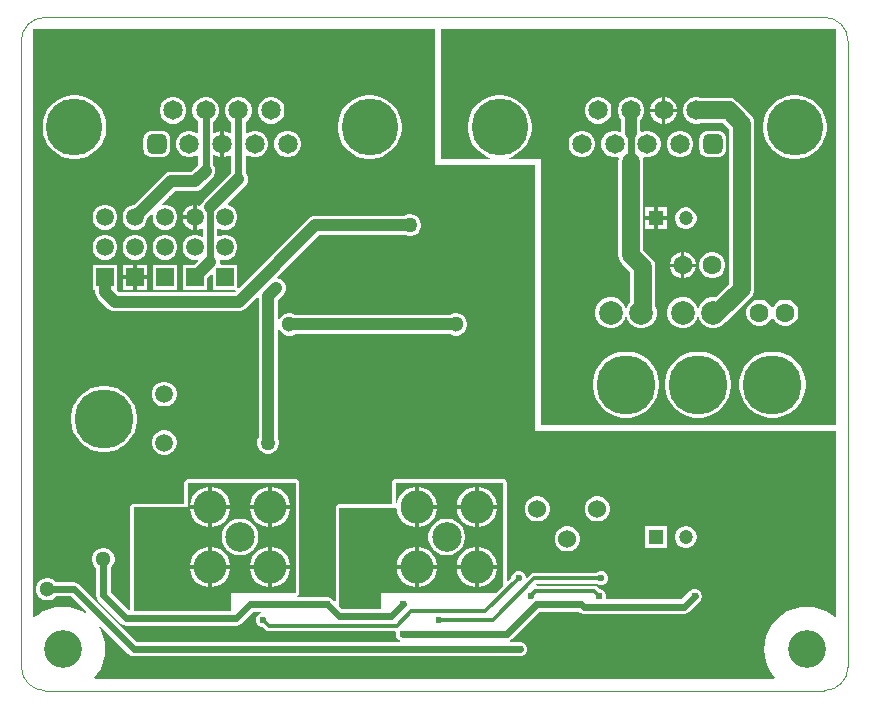
<source format=gbl>
G04*
G04 #@! TF.GenerationSoftware,Altium Limited,Altium Designer,23.9.2 (47)*
G04*
G04 Layer_Physical_Order=4*
G04 Layer_Color=16711680*
%FSLAX44Y44*%
%MOMM*%
G71*
G04*
G04 #@! TF.SameCoordinates,B568AE66-8DF3-4FEE-8232-9B1AC1FE23A7*
G04*
G04*
G04 #@! TF.FilePolarity,Positive*
G04*
G01*
G75*
%ADD10C,0.1000*%
%ADD17C,1.5000*%
%ADD23C,2.0000*%
%ADD61C,0.3000*%
%ADD62C,0.6000*%
%ADD63C,1.0000*%
%ADD66C,1.5000*%
%ADD67C,1.5240*%
%ADD68C,5.0000*%
%ADD69C,1.6000*%
%ADD70C,1.2000*%
%ADD71R,1.2000X1.2000*%
%ADD72C,4.8000*%
%ADD73C,1.6500*%
G04:AMPARAMS|DCode=74|XSize=1.65mm|YSize=1.65mm|CornerRadius=0.4125mm|HoleSize=0mm|Usage=FLASHONLY|Rotation=180.000|XOffset=0mm|YOffset=0mm|HoleType=Round|Shape=RoundedRectangle|*
%AMROUNDEDRECTD74*
21,1,1.6500,0.8250,0,0,180.0*
21,1,0.8250,1.6500,0,0,180.0*
1,1,0.8250,-0.4125,0.4125*
1,1,0.8250,0.4125,0.4125*
1,1,0.8250,0.4125,-0.4125*
1,1,0.8250,-0.4125,-0.4125*
%
%ADD74ROUNDEDRECTD74*%
%ADD75C,2.5000*%
%ADD76C,2.8000*%
%ADD77R,1.5000X1.5000*%
%ADD78C,3.2000*%
%ADD79C,0.6000*%
%ADD80C,0.6010*%
%ADD81C,1.3000*%
%ADD82C,1.2700*%
%ADD83C,1.0000*%
G36*
X690000Y225000D02*
X440000D01*
Y450000D01*
X413386D01*
X413185Y451270D01*
X415364Y451978D01*
X419151Y453908D01*
X422589Y456405D01*
X425594Y459411D01*
X428092Y462849D01*
X430022Y466636D01*
X431335Y470677D01*
X432000Y474875D01*
Y479125D01*
X431335Y483322D01*
X430022Y487364D01*
X428092Y491151D01*
X425594Y494589D01*
X422589Y497594D01*
X419151Y500092D01*
X415364Y502022D01*
X411323Y503335D01*
X407125Y504000D01*
X402875D01*
X398677Y503335D01*
X394636Y502022D01*
X390849Y500092D01*
X387411Y497594D01*
X384406Y494589D01*
X381908Y491151D01*
X379978Y487364D01*
X378665Y483322D01*
X378000Y479125D01*
Y474875D01*
X378665Y470677D01*
X379978Y466636D01*
X381908Y462849D01*
X384406Y459411D01*
X387411Y456405D01*
X390849Y453908D01*
X394636Y451978D01*
X396815Y451270D01*
X396614Y450000D01*
X355000D01*
Y560000D01*
X690000D01*
Y225000D01*
D02*
G37*
G36*
X407942Y88430D02*
X402375Y82864D01*
X304200D01*
Y69117D01*
X271534D01*
X269200Y71452D01*
Y154864D01*
X316530D01*
X316942Y154864D01*
X317800Y153950D01*
Y153726D01*
X318453Y150441D01*
X319735Y147347D01*
X321595Y144563D01*
X323963Y142195D01*
X326748Y140335D01*
X329841Y139053D01*
X333126Y138400D01*
X333300D01*
Y155400D01*
Y172400D01*
X333126D01*
X329841Y171747D01*
X326748Y170465D01*
X323963Y168605D01*
X321595Y166237D01*
X319735Y163452D01*
X318453Y160359D01*
X318212Y159144D01*
X316942Y159270D01*
Y175864D01*
X407942D01*
Y88430D01*
D02*
G37*
G36*
X350000Y445000D02*
X435000D01*
Y220000D01*
X690000D01*
Y62508D01*
X688847Y61976D01*
X686226Y64215D01*
X681394Y67175D01*
X676159Y69344D01*
X670649Y70667D01*
X665000Y71111D01*
X659351Y70667D01*
X653841Y69344D01*
X648606Y67175D01*
X643774Y64215D01*
X639465Y60535D01*
X635785Y56226D01*
X632825Y51394D01*
X630656Y46159D01*
X629333Y40649D01*
X628889Y35000D01*
X629333Y29351D01*
X630656Y23841D01*
X632825Y18606D01*
X635785Y13774D01*
X638024Y11153D01*
X637492Y10000D01*
X62508D01*
X61976Y11153D01*
X64215Y13774D01*
X67175Y18606D01*
X69344Y23841D01*
X70667Y29351D01*
X71111Y35000D01*
X70667Y40649D01*
X69344Y46159D01*
X67175Y51394D01*
X65620Y53932D01*
X66624Y54724D01*
X90724Y30624D01*
X92709Y29298D01*
X95050Y28832D01*
X204947D01*
X205199Y28883D01*
X422000D01*
X422566Y28995D01*
X423195D01*
X423775Y29236D01*
X424341Y29348D01*
X424821Y29669D01*
X425402Y29909D01*
X425846Y30354D01*
X426326Y30674D01*
X426646Y31154D01*
X427091Y31598D01*
X427331Y32179D01*
X427652Y32659D01*
X427764Y33225D01*
X428005Y33805D01*
Y34434D01*
X428117Y35000D01*
X428005Y35566D01*
Y36195D01*
X427764Y36775D01*
X427652Y37341D01*
X427331Y37821D01*
X427091Y38402D01*
X426646Y38846D01*
X426326Y39326D01*
X425846Y39646D01*
X425402Y40091D01*
X424821Y40331D01*
X424341Y40652D01*
X423775Y40764D01*
X423195Y41005D01*
X422566D01*
X422000Y41118D01*
X413827D01*
X413383Y42293D01*
X413400Y42387D01*
X415326Y43674D01*
X438534Y66883D01*
X471466D01*
X471674Y66674D01*
X473659Y65348D01*
X476000Y64882D01*
X561000D01*
X563341Y65348D01*
X565326Y66674D01*
X574326Y75674D01*
X574646Y76154D01*
X575091Y76598D01*
X575331Y77179D01*
X575652Y77659D01*
X575764Y78225D01*
X576005Y78805D01*
Y79434D01*
X576118Y80000D01*
X576005Y80566D01*
Y81194D01*
X575764Y81775D01*
X575652Y82341D01*
X575331Y82821D01*
X575091Y83402D01*
X574646Y83846D01*
X574326Y84326D01*
X573846Y84646D01*
X573402Y85091D01*
X572821Y85331D01*
X572341Y85652D01*
X571775Y85764D01*
X571194Y86005D01*
X570566D01*
X570000Y86117D01*
X569434Y86005D01*
X568806D01*
X568225Y85764D01*
X567659Y85652D01*
X567179Y85331D01*
X566598Y85091D01*
X566154Y84646D01*
X565674Y84326D01*
X558466Y77118D01*
X495449D01*
X494743Y78173D01*
X495005Y78805D01*
Y81194D01*
X494091Y83402D01*
X492402Y85091D01*
X490195Y86005D01*
X489484D01*
X488244Y87244D01*
X486756Y88239D01*
X485000Y88588D01*
X436667D01*
X436034Y89858D01*
X436452Y90412D01*
X487103D01*
X487601Y89913D01*
X489807Y89000D01*
X492193D01*
X494399Y89913D01*
X496087Y91601D01*
X497000Y93806D01*
Y96194D01*
X496087Y98399D01*
X494399Y100086D01*
X492193Y101000D01*
X489807D01*
X487601Y100086D01*
X487103Y99588D01*
X434000D01*
X432244Y99239D01*
X430756Y98244D01*
X428173Y95662D01*
X427000Y96148D01*
Y96194D01*
X426087Y98399D01*
X424399Y100086D01*
X422193Y101000D01*
X419807D01*
X417601Y100086D01*
X415913Y98399D01*
X415000Y96194D01*
Y95489D01*
X412174Y92662D01*
X411001Y93149D01*
Y175864D01*
X410768Y177035D01*
X410105Y178027D01*
X409112Y178690D01*
X407942Y178923D01*
X316942D01*
X315771Y178690D01*
X314779Y178027D01*
X314116Y177035D01*
X313883Y175864D01*
Y159270D01*
X313898Y159193D01*
X313403Y158335D01*
X312972Y157960D01*
X312928Y157942D01*
X312856Y157923D01*
X269200D01*
X268029Y157690D01*
X267037Y157027D01*
X266374Y156035D01*
X266141Y154864D01*
Y76170D01*
X264968Y75684D01*
X263326Y77326D01*
X262846Y77646D01*
X262402Y78091D01*
X261821Y78331D01*
X261341Y78652D01*
X260775Y78764D01*
X260194Y79005D01*
X259566D01*
X259000Y79117D01*
X234073D01*
X233690Y80387D01*
X234363Y80837D01*
X235026Y81830D01*
X235259Y83000D01*
Y176000D01*
X235026Y177171D01*
X234363Y178163D01*
X233370Y178826D01*
X232200Y179059D01*
X141200D01*
X140029Y178826D01*
X139037Y178163D01*
X138374Y177171D01*
X138141Y176000D01*
Y158059D01*
X95200D01*
X94030Y157826D01*
X93037Y157163D01*
X92374Y156171D01*
X92141Y155000D01*
Y68306D01*
X90871Y67780D01*
X75617Y83034D01*
Y103933D01*
X77102Y105418D01*
X78352Y107584D01*
X79000Y110000D01*
Y112501D01*
X78352Y114918D01*
X77102Y117084D01*
X75333Y118853D01*
X73167Y120103D01*
X70751Y120751D01*
X68249D01*
X65833Y120103D01*
X63667Y118853D01*
X61898Y117084D01*
X60647Y114918D01*
X60000Y112501D01*
Y110000D01*
X60647Y107584D01*
X61898Y105418D01*
X63382Y103933D01*
Y80500D01*
X63848Y78159D01*
X65174Y76174D01*
X84674Y56674D01*
X86659Y55348D01*
X89000Y54882D01*
X182000D01*
X184341Y55348D01*
X186326Y56674D01*
X196534Y66883D01*
X202618D01*
X202871Y65613D01*
X201601Y65087D01*
X199913Y63399D01*
X199000Y61193D01*
Y58807D01*
X199913Y56601D01*
X201601Y54914D01*
X203806Y54000D01*
X204511D01*
X206756Y51756D01*
X208244Y50761D01*
X210000Y50412D01*
X316067D01*
X316291Y50290D01*
X316995Y49194D01*
Y48566D01*
X316882Y48000D01*
X316995Y47434D01*
Y46806D01*
X317236Y46225D01*
X317348Y45659D01*
X317669Y45179D01*
X317909Y44598D01*
X318354Y44154D01*
X318674Y43674D01*
X319154Y43354D01*
X319598Y42909D01*
X320179Y42669D01*
X320600Y42387D01*
X320617Y42293D01*
X320173Y41118D01*
X204997D01*
X204746Y41068D01*
X97584D01*
X48575Y90076D01*
X46590Y91403D01*
X44249Y91868D01*
X29317D01*
X27833Y93352D01*
X25667Y94603D01*
X23251Y95251D01*
X20749D01*
X18333Y94603D01*
X16167Y93352D01*
X14398Y91584D01*
X13147Y89417D01*
X12500Y87001D01*
Y84500D01*
X13147Y82084D01*
X14398Y79917D01*
X16167Y78149D01*
X18333Y76898D01*
X20749Y76251D01*
X23251D01*
X25667Y76898D01*
X27833Y78149D01*
X29317Y79633D01*
X41715D01*
X54724Y66624D01*
X53933Y65620D01*
X51394Y67175D01*
X46159Y69344D01*
X40649Y70667D01*
X35000Y71111D01*
X29351Y70667D01*
X23841Y69344D01*
X18606Y67175D01*
X13774Y64215D01*
X11153Y61976D01*
X10000Y62508D01*
Y560000D01*
X350000D01*
Y445000D01*
D02*
G37*
G36*
X232200Y83000D02*
X177200D01*
Y67118D01*
X95200D01*
Y155000D01*
X141200D01*
Y176000D01*
X232200D01*
Y83000D01*
D02*
G37*
%LPC*%
G36*
X545350Y502445D02*
Y492700D01*
X555095D01*
X554333Y495542D01*
X552852Y498108D01*
X550758Y500202D01*
X548192Y501683D01*
X545350Y502445D01*
D02*
G37*
G36*
X542350Y502445D02*
X539508Y501683D01*
X536942Y500202D01*
X534848Y498108D01*
X533367Y495542D01*
X532605Y492700D01*
X542350D01*
Y502445D01*
D02*
G37*
G36*
X555095Y489700D02*
X545350D01*
Y479955D01*
X548192Y480717D01*
X550758Y482198D01*
X552852Y484292D01*
X554333Y486858D01*
X555095Y489700D01*
D02*
G37*
G36*
X542350D02*
X532605D01*
X533367Y486858D01*
X534848Y484292D01*
X536942Y482198D01*
X539508Y480717D01*
X542350Y479955D01*
Y489700D01*
D02*
G37*
G36*
X489931Y502450D02*
X486969D01*
X484108Y501683D01*
X481542Y500202D01*
X479448Y498108D01*
X477967Y495542D01*
X477200Y492681D01*
Y489719D01*
X477967Y486858D01*
X479448Y484292D01*
X481542Y482198D01*
X484108Y480717D01*
X486969Y479950D01*
X489931D01*
X492792Y480717D01*
X495358Y482198D01*
X497452Y484292D01*
X498933Y486858D01*
X499700Y489719D01*
Y492681D01*
X498933Y495542D01*
X497452Y498108D01*
X495358Y500202D01*
X492792Y501683D01*
X489931Y502450D01*
D02*
G37*
G36*
X517631D02*
X514669D01*
X511808Y501683D01*
X509242Y500202D01*
X507148Y498108D01*
X505667Y495542D01*
X504900Y492681D01*
Y489719D01*
X505667Y486858D01*
X507148Y484292D01*
X507931Y483509D01*
Y473809D01*
X506831Y473174D01*
X506642Y473283D01*
X503781Y474050D01*
X500819D01*
X497958Y473283D01*
X495392Y471802D01*
X493298Y469708D01*
X491817Y467142D01*
X491050Y464281D01*
Y461319D01*
X491817Y458458D01*
X493298Y455892D01*
X495392Y453798D01*
X497958Y452317D01*
X500819Y451550D01*
X503781D01*
X505131Y451912D01*
X505968Y450957D01*
X505770Y450479D01*
X505409Y447738D01*
Y369000D01*
X505409Y369000D01*
X505770Y366259D01*
X506828Y363705D01*
X508511Y361511D01*
X515409Y354613D01*
Y328794D01*
X514597Y327982D01*
X512886Y325018D01*
X512635Y324081D01*
X511365D01*
X511114Y325018D01*
X509403Y327982D01*
X506982Y330403D01*
X504018Y332114D01*
X500712Y333000D01*
X497289D01*
X493982Y332114D01*
X491018Y330403D01*
X488597Y327982D01*
X486886Y325018D01*
X486000Y321712D01*
Y318288D01*
X486886Y314982D01*
X488597Y312018D01*
X491018Y309597D01*
X493982Y307886D01*
X497289Y307000D01*
X500712D01*
X504018Y307886D01*
X506982Y309597D01*
X509403Y312018D01*
X511114Y314982D01*
X511365Y315919D01*
X512635D01*
X512886Y314982D01*
X514597Y312018D01*
X517018Y309597D01*
X519982Y307886D01*
X523288Y307000D01*
X526712D01*
X530018Y307886D01*
X532982Y309597D01*
X535403Y312018D01*
X537114Y314982D01*
X538000Y318288D01*
Y321712D01*
X537114Y325018D01*
X536591Y325924D01*
Y359000D01*
X536591Y359000D01*
X536230Y361741D01*
X535172Y364295D01*
X533489Y366489D01*
X526591Y373387D01*
Y447738D01*
X526230Y450479D01*
X526058Y450895D01*
X526991Y451959D01*
X528519Y451550D01*
X531481D01*
X534342Y452317D01*
X536908Y453798D01*
X539002Y455892D01*
X540483Y458458D01*
X541250Y461319D01*
Y464281D01*
X540483Y467142D01*
X539002Y469708D01*
X536908Y471802D01*
X534342Y473283D01*
X531481Y474050D01*
X528519D01*
X525658Y473283D01*
X525169Y473001D01*
X524069Y473636D01*
Y483209D01*
X525152Y484292D01*
X526633Y486858D01*
X527400Y489719D01*
Y492681D01*
X526633Y495542D01*
X525152Y498108D01*
X523058Y500202D01*
X520492Y501683D01*
X517631Y502450D01*
D02*
G37*
G36*
X559181Y474050D02*
X556219D01*
X553358Y473283D01*
X550792Y471802D01*
X548698Y469708D01*
X547217Y467142D01*
X546450Y464281D01*
Y461319D01*
X547217Y458458D01*
X548698Y455892D01*
X550792Y453798D01*
X553358Y452317D01*
X556219Y451550D01*
X559181D01*
X562042Y452317D01*
X564608Y453798D01*
X566702Y455892D01*
X568183Y458458D01*
X568950Y461319D01*
Y464281D01*
X568183Y467142D01*
X566702Y469708D01*
X564608Y471802D01*
X562042Y473283D01*
X559181Y474050D01*
D02*
G37*
G36*
X476081D02*
X473119D01*
X470258Y473283D01*
X467692Y471802D01*
X465598Y469708D01*
X464117Y467142D01*
X463350Y464281D01*
Y461319D01*
X464117Y458458D01*
X465598Y455892D01*
X467692Y453798D01*
X470258Y452317D01*
X473119Y451550D01*
X476081D01*
X478942Y452317D01*
X481508Y453798D01*
X483602Y455892D01*
X485083Y458458D01*
X485850Y461319D01*
Y464281D01*
X485083Y467142D01*
X483602Y469708D01*
X481508Y471802D01*
X478942Y473283D01*
X476081Y474050D01*
D02*
G37*
G36*
X589525Y474112D02*
X581275D01*
X579415Y473867D01*
X577682Y473149D01*
X576193Y472007D01*
X575051Y470518D01*
X574333Y468785D01*
X574089Y466925D01*
Y458675D01*
X574333Y456815D01*
X575051Y455082D01*
X576193Y453593D01*
X577682Y452451D01*
X579415Y451733D01*
X581275Y451488D01*
X589525D01*
X591385Y451733D01*
X593118Y452451D01*
X594607Y453593D01*
X595749Y455082D01*
X596467Y456815D01*
X596712Y458675D01*
Y466925D01*
X596467Y468785D01*
X595749Y470518D01*
X594607Y472007D01*
X593118Y473149D01*
X591385Y473867D01*
X589525Y474112D01*
D02*
G37*
G36*
X657125Y504000D02*
X652875D01*
X648678Y503335D01*
X644636Y502022D01*
X640849Y500092D01*
X637411Y497594D01*
X634406Y494589D01*
X631908Y491151D01*
X629978Y487364D01*
X628665Y483322D01*
X628000Y479125D01*
Y474875D01*
X628665Y470677D01*
X629978Y466636D01*
X631908Y462849D01*
X634406Y459411D01*
X637411Y456405D01*
X640849Y453908D01*
X644636Y451978D01*
X648678Y450665D01*
X652875Y450000D01*
X657125D01*
X661322Y450665D01*
X665364Y451978D01*
X669151Y453908D01*
X672589Y456405D01*
X675594Y459411D01*
X678092Y462849D01*
X680022Y466636D01*
X681335Y470677D01*
X682000Y474875D01*
Y479125D01*
X681335Y483322D01*
X680022Y487364D01*
X678092Y491151D01*
X675594Y494589D01*
X672589Y497594D01*
X669151Y500092D01*
X665364Y502022D01*
X661322Y503335D01*
X657125Y504000D01*
D02*
G37*
G36*
X546300Y409000D02*
X538800D01*
Y401500D01*
X546300D01*
Y409000D01*
D02*
G37*
G36*
X535800D02*
X528300D01*
Y401500D01*
X535800D01*
Y409000D01*
D02*
G37*
G36*
X563885D02*
X561515D01*
X559226Y408387D01*
X557174Y407202D01*
X555498Y405526D01*
X554313Y403474D01*
X553700Y401185D01*
Y398815D01*
X554313Y396526D01*
X555498Y394474D01*
X557174Y392798D01*
X559226Y391613D01*
X561515Y391000D01*
X563885D01*
X566174Y391613D01*
X568226Y392798D01*
X569902Y394474D01*
X571087Y396526D01*
X571700Y398815D01*
Y401185D01*
X571087Y403474D01*
X569902Y405526D01*
X568226Y407202D01*
X566174Y408387D01*
X563885Y409000D01*
D02*
G37*
G36*
X546300Y398500D02*
X538800D01*
Y391000D01*
X546300D01*
Y398500D01*
D02*
G37*
G36*
X535800D02*
X528300D01*
Y391000D01*
X535800D01*
Y398500D01*
D02*
G37*
G36*
X561500Y370986D02*
Y361500D01*
X570986D01*
X570250Y364246D01*
X568802Y366754D01*
X566754Y368802D01*
X564246Y370250D01*
X561500Y370986D01*
D02*
G37*
G36*
X558500Y370986D02*
X555754Y370250D01*
X553246Y368802D01*
X551198Y366754D01*
X549750Y364246D01*
X549014Y361500D01*
X558500D01*
Y370986D01*
D02*
G37*
G36*
Y358500D02*
X549014D01*
X549750Y355754D01*
X551198Y353246D01*
X553246Y351198D01*
X555754Y349750D01*
X558500Y349014D01*
Y358500D01*
D02*
G37*
G36*
X570986D02*
X561500D01*
Y349014D01*
X564246Y349750D01*
X566754Y351198D01*
X568802Y353246D01*
X570250Y355754D01*
X570986Y358500D01*
D02*
G37*
G36*
X586448Y371000D02*
X583552D01*
X580754Y370250D01*
X578246Y368802D01*
X576198Y366754D01*
X574750Y364246D01*
X574000Y361448D01*
Y358552D01*
X574750Y355754D01*
X576198Y353246D01*
X578246Y351198D01*
X580754Y349750D01*
X583552Y349000D01*
X586448D01*
X589246Y349750D01*
X591754Y351198D01*
X593802Y353246D01*
X595250Y355754D01*
X596000Y358552D01*
Y361448D01*
X595250Y364246D01*
X593802Y366754D01*
X591754Y368802D01*
X589246Y370250D01*
X586448Y371000D01*
D02*
G37*
G36*
X573031Y502450D02*
X570069D01*
X567208Y501683D01*
X564642Y500202D01*
X562548Y498108D01*
X561067Y495542D01*
X560300Y492681D01*
Y489719D01*
X561067Y486858D01*
X562548Y484292D01*
X564642Y482198D01*
X567208Y480717D01*
X570069Y479950D01*
X573031D01*
X575492Y480609D01*
X594413D01*
X599409Y475613D01*
Y344387D01*
X587957Y332934D01*
X587711Y333000D01*
X584288D01*
X580982Y332114D01*
X578018Y330403D01*
X575597Y327982D01*
X573886Y325018D01*
X573635Y324081D01*
X572365D01*
X572114Y325018D01*
X570403Y327982D01*
X567982Y330403D01*
X565018Y332114D01*
X561712Y333000D01*
X558288D01*
X554982Y332114D01*
X552018Y330403D01*
X549598Y327982D01*
X547886Y325018D01*
X547000Y321712D01*
Y318288D01*
X547886Y314982D01*
X549598Y312018D01*
X552018Y309597D01*
X554982Y307886D01*
X558288Y307000D01*
X561712D01*
X565018Y307886D01*
X567982Y309597D01*
X570403Y312018D01*
X572114Y314982D01*
X572365Y315919D01*
X573635D01*
X573886Y314982D01*
X575597Y312018D01*
X578018Y309597D01*
X580982Y307886D01*
X584288Y307000D01*
X587711D01*
X591018Y307886D01*
X593982Y309597D01*
X596112Y311727D01*
X596252Y311785D01*
X598445Y313468D01*
X617489Y332511D01*
X617489Y332511D01*
X619172Y334705D01*
X620230Y337259D01*
X620591Y340000D01*
Y480000D01*
X620591Y480000D01*
X620230Y482741D01*
X619172Y485295D01*
X617489Y487489D01*
X606289Y498689D01*
X604095Y500372D01*
X601541Y501430D01*
X598800Y501791D01*
X598800Y501791D01*
X575492D01*
X573031Y502450D01*
D02*
G37*
G36*
X648448Y331000D02*
X645552D01*
X642754Y330250D01*
X640246Y328802D01*
X638198Y326754D01*
X636750Y324246D01*
X636657Y323901D01*
X635343D01*
X635250Y324246D01*
X633802Y326754D01*
X631754Y328802D01*
X629246Y330250D01*
X626448Y331000D01*
X623552D01*
X620754Y330250D01*
X618246Y328802D01*
X616198Y326754D01*
X614750Y324246D01*
X614000Y321448D01*
Y318552D01*
X614750Y315754D01*
X616198Y313246D01*
X618246Y311198D01*
X620754Y309750D01*
X623552Y309000D01*
X626448D01*
X629246Y309750D01*
X631754Y311198D01*
X633802Y313246D01*
X635250Y315754D01*
X635343Y316098D01*
X636657D01*
X636750Y315754D01*
X638198Y313246D01*
X640246Y311198D01*
X642754Y309750D01*
X645552Y309000D01*
X648448D01*
X651246Y309750D01*
X653754Y311198D01*
X655802Y313246D01*
X657250Y315754D01*
X658000Y318552D01*
Y321448D01*
X657250Y324246D01*
X655802Y326754D01*
X653754Y328802D01*
X651246Y330250D01*
X648448Y331000D01*
D02*
G37*
G36*
X638204Y287000D02*
X633796D01*
X629443Y286311D01*
X625252Y284949D01*
X621325Y282948D01*
X617759Y280357D01*
X614643Y277241D01*
X612052Y273675D01*
X610051Y269748D01*
X608689Y265557D01*
X608000Y261204D01*
Y256796D01*
X608689Y252443D01*
X610051Y248252D01*
X612052Y244325D01*
X614643Y240759D01*
X617759Y237643D01*
X621325Y235052D01*
X625252Y233051D01*
X629443Y231689D01*
X633796Y231000D01*
X638204D01*
X642557Y231689D01*
X646748Y233051D01*
X650675Y235052D01*
X654241Y237643D01*
X657357Y240759D01*
X659948Y244325D01*
X661949Y248252D01*
X663310Y252443D01*
X664000Y256796D01*
Y261204D01*
X663310Y265557D01*
X661949Y269748D01*
X659948Y273675D01*
X657357Y277241D01*
X654241Y280357D01*
X650675Y282948D01*
X646748Y284949D01*
X642557Y286311D01*
X638204Y287000D01*
D02*
G37*
G36*
X575204D02*
X570796D01*
X566443Y286311D01*
X562252Y284949D01*
X558325Y282948D01*
X554759Y280357D01*
X551643Y277241D01*
X549052Y273675D01*
X547051Y269748D01*
X545690Y265557D01*
X545000Y261204D01*
Y256796D01*
X545690Y252443D01*
X547051Y248252D01*
X549052Y244325D01*
X551643Y240759D01*
X554759Y237643D01*
X558325Y235052D01*
X562252Y233051D01*
X566443Y231689D01*
X570796Y231000D01*
X575204D01*
X579557Y231689D01*
X583748Y233051D01*
X587675Y235052D01*
X591241Y237643D01*
X594357Y240759D01*
X596948Y244325D01*
X598949Y248252D01*
X600311Y252443D01*
X601000Y256796D01*
Y261204D01*
X600311Y265557D01*
X598949Y269748D01*
X596948Y273675D01*
X594357Y277241D01*
X591241Y280357D01*
X587675Y282948D01*
X583748Y284949D01*
X579557Y286311D01*
X575204Y287000D01*
D02*
G37*
G36*
X514204D02*
X509796D01*
X505443Y286311D01*
X501252Y284949D01*
X497325Y282948D01*
X493759Y280357D01*
X490643Y277241D01*
X488052Y273675D01*
X486051Y269748D01*
X484689Y265557D01*
X484000Y261204D01*
Y256796D01*
X484689Y252443D01*
X486051Y248252D01*
X488052Y244325D01*
X490643Y240759D01*
X493759Y237643D01*
X497325Y235052D01*
X501252Y233051D01*
X505443Y231689D01*
X509796Y231000D01*
X514204D01*
X518557Y231689D01*
X522748Y233051D01*
X526675Y235052D01*
X530241Y237643D01*
X533357Y240759D01*
X535948Y244325D01*
X537949Y248252D01*
X539310Y252443D01*
X540000Y256796D01*
Y261204D01*
X539310Y265557D01*
X537949Y269748D01*
X535948Y273675D01*
X533357Y277241D01*
X530241Y280357D01*
X526675Y282948D01*
X522748Y284949D01*
X518557Y286311D01*
X514204Y287000D01*
D02*
G37*
G36*
X387274Y172400D02*
X387100D01*
Y156900D01*
X402600D01*
Y157074D01*
X401947Y160359D01*
X400665Y163452D01*
X398805Y166237D01*
X396437Y168605D01*
X393652Y170465D01*
X390559Y171747D01*
X387274Y172400D01*
D02*
G37*
G36*
X336474D02*
X336300D01*
Y156900D01*
X351800D01*
Y157074D01*
X351147Y160359D01*
X349865Y163452D01*
X348005Y166237D01*
X345637Y168605D01*
X342853Y170465D01*
X339759Y171747D01*
X336474Y172400D01*
D02*
G37*
G36*
X384100D02*
X383926D01*
X380641Y171747D01*
X377547Y170465D01*
X374763Y168605D01*
X372395Y166237D01*
X370535Y163452D01*
X369253Y160359D01*
X368600Y157074D01*
Y156900D01*
X384100D01*
Y172400D01*
D02*
G37*
G36*
X402600Y153900D02*
X387100D01*
Y138400D01*
X387274D01*
X390559Y139053D01*
X393652Y140335D01*
X396437Y142195D01*
X398805Y144563D01*
X400665Y147347D01*
X401947Y150441D01*
X402600Y153726D01*
Y153900D01*
D02*
G37*
G36*
X384100D02*
X368600D01*
Y153726D01*
X369253Y150441D01*
X370535Y147347D01*
X372395Y144563D01*
X374763Y142195D01*
X377547Y140335D01*
X380641Y139053D01*
X383926Y138400D01*
X384100D01*
Y153900D01*
D02*
G37*
G36*
X351800D02*
X336300D01*
Y138400D01*
X336474D01*
X339759Y139053D01*
X342853Y140335D01*
X345637Y142195D01*
X348005Y144563D01*
X349865Y147347D01*
X351147Y150441D01*
X351800Y153726D01*
Y153900D01*
D02*
G37*
G36*
X361727Y145500D02*
X358673D01*
X355679Y144904D01*
X352858Y143736D01*
X350319Y142040D01*
X348160Y139881D01*
X346464Y137342D01*
X345296Y134521D01*
X344700Y131527D01*
Y128473D01*
X345296Y125479D01*
X346464Y122658D01*
X348160Y120119D01*
X350319Y117960D01*
X352858Y116264D01*
X355679Y115096D01*
X358673Y114500D01*
X361727D01*
X364721Y115096D01*
X367542Y116264D01*
X370081Y117960D01*
X372240Y120119D01*
X373936Y122658D01*
X375104Y125479D01*
X375700Y128473D01*
Y131527D01*
X375104Y134521D01*
X373936Y137342D01*
X372240Y139881D01*
X370081Y142040D01*
X367542Y143736D01*
X364721Y144904D01*
X361727Y145500D01*
D02*
G37*
G36*
X387274Y121600D02*
X387100D01*
Y106100D01*
X402600D01*
Y106274D01*
X401947Y109559D01*
X400665Y112653D01*
X398805Y115437D01*
X396437Y117805D01*
X393652Y119665D01*
X390559Y120947D01*
X387274Y121600D01*
D02*
G37*
G36*
X336474D02*
X336300D01*
Y106100D01*
X351800D01*
Y106274D01*
X351147Y109559D01*
X349865Y112653D01*
X348005Y115437D01*
X345637Y117805D01*
X342853Y119665D01*
X339759Y120947D01*
X336474Y121600D01*
D02*
G37*
G36*
X384100D02*
X383926D01*
X380641Y120947D01*
X377547Y119665D01*
X374763Y117805D01*
X372395Y115437D01*
X370535Y112653D01*
X369253Y109559D01*
X368600Y106274D01*
Y106100D01*
X384100D01*
Y121600D01*
D02*
G37*
G36*
X333300D02*
X333126D01*
X329841Y120947D01*
X326748Y119665D01*
X323963Y117805D01*
X321595Y115437D01*
X319735Y112653D01*
X318453Y109559D01*
X317800Y106274D01*
Y106100D01*
X333300D01*
Y121600D01*
D02*
G37*
G36*
X402600Y103100D02*
X387100D01*
Y87600D01*
X387274D01*
X390559Y88253D01*
X393652Y89535D01*
X396437Y91395D01*
X398805Y93763D01*
X400665Y96547D01*
X401947Y99641D01*
X402600Y102926D01*
Y103100D01*
D02*
G37*
G36*
X384100D02*
X368600D01*
Y102926D01*
X369253Y99641D01*
X370535Y96547D01*
X372395Y93763D01*
X374763Y91395D01*
X377547Y89535D01*
X380641Y88253D01*
X383926Y87600D01*
X384100D01*
Y103100D01*
D02*
G37*
G36*
X351800D02*
X336300D01*
Y87600D01*
X336474D01*
X339759Y88253D01*
X342853Y89535D01*
X345637Y91395D01*
X348005Y93763D01*
X349865Y96547D01*
X351147Y99641D01*
X351800Y102926D01*
Y103100D01*
D02*
G37*
G36*
X333300D02*
X317800D01*
Y102926D01*
X318453Y99641D01*
X319735Y96547D01*
X321595Y93763D01*
X323963Y91395D01*
X326748Y89535D01*
X329841Y88253D01*
X333126Y87600D01*
X333300D01*
Y103100D01*
D02*
G37*
G36*
X213031Y502450D02*
X210069D01*
X207208Y501683D01*
X204642Y500202D01*
X202548Y498108D01*
X201067Y495542D01*
X200300Y492681D01*
Y489719D01*
X201067Y486858D01*
X202548Y484292D01*
X204642Y482198D01*
X207208Y480717D01*
X210069Y479950D01*
X213031D01*
X215892Y480717D01*
X218458Y482198D01*
X220552Y484292D01*
X222033Y486858D01*
X222800Y489719D01*
Y492681D01*
X222033Y495542D01*
X220552Y498108D01*
X218458Y500202D01*
X215892Y501683D01*
X213031Y502450D01*
D02*
G37*
G36*
X129931D02*
X126969D01*
X124108Y501683D01*
X121542Y500202D01*
X119448Y498108D01*
X117967Y495542D01*
X117200Y492681D01*
Y489719D01*
X117967Y486858D01*
X119448Y484292D01*
X121542Y482198D01*
X124108Y480717D01*
X126969Y479950D01*
X129931D01*
X132792Y480717D01*
X135358Y482198D01*
X137452Y484292D01*
X138933Y486858D01*
X139700Y489719D01*
Y492681D01*
X138933Y495542D01*
X137452Y498108D01*
X135358Y500202D01*
X132792Y501683D01*
X129931Y502450D01*
D02*
G37*
G36*
X157631D02*
X154669D01*
X151808Y501683D01*
X149242Y500202D01*
X147148Y498108D01*
X145667Y495542D01*
X144900Y492681D01*
Y489719D01*
X145667Y486858D01*
X147148Y484292D01*
X149242Y482198D01*
X149882Y481828D01*
Y472850D01*
X148612Y472146D01*
X146642Y473283D01*
X143781Y474050D01*
X140819D01*
X137958Y473283D01*
X135392Y471802D01*
X133298Y469708D01*
X131817Y467142D01*
X131050Y464281D01*
Y461319D01*
X131817Y458458D01*
X133298Y455892D01*
X135392Y453798D01*
X137958Y452317D01*
X140819Y451550D01*
X143781D01*
X146642Y452317D01*
X148612Y453454D01*
X149882Y452750D01*
Y445294D01*
X143658Y439069D01*
X126400D01*
X124312Y438794D01*
X122366Y437988D01*
X120694Y436706D01*
X95289Y411300D01*
X94818D01*
X92147Y410584D01*
X89753Y409202D01*
X87798Y407247D01*
X86416Y404853D01*
X85700Y402182D01*
Y399418D01*
X86416Y396747D01*
X87798Y394353D01*
X89753Y392398D01*
X92147Y391016D01*
X94818Y390300D01*
X97582D01*
X100253Y391016D01*
X102647Y392398D01*
X104602Y394353D01*
X105984Y396747D01*
X106700Y399418D01*
Y399889D01*
X110075Y403264D01*
X111214Y402606D01*
X111100Y402182D01*
Y399418D01*
X111816Y396747D01*
X113198Y394353D01*
X115153Y392398D01*
X117547Y391016D01*
X120218Y390300D01*
X122982D01*
X125653Y391016D01*
X128047Y392398D01*
X130002Y394353D01*
X131384Y396747D01*
X132100Y399418D01*
Y402182D01*
X131384Y404853D01*
X130002Y407247D01*
X128047Y409202D01*
X125653Y410584D01*
X122982Y411300D01*
X120218D01*
X119794Y411186D01*
X119136Y412325D01*
X129742Y422931D01*
X147000D01*
X149088Y423206D01*
X151034Y424012D01*
X152706Y425294D01*
X161706Y434294D01*
X162988Y435965D01*
X163794Y437912D01*
X164069Y440000D01*
X163794Y442088D01*
X162988Y444035D01*
X162118Y445169D01*
Y453141D01*
X163388Y453627D01*
X165658Y452317D01*
X168500Y451555D01*
Y462800D01*
Y474045D01*
X165658Y473283D01*
X163388Y471973D01*
X162118Y472459D01*
Y481655D01*
X163058Y482198D01*
X165152Y484292D01*
X166633Y486858D01*
X167400Y489719D01*
Y492681D01*
X166633Y495542D01*
X165152Y498108D01*
X163058Y500202D01*
X160492Y501683D01*
X157631Y502450D01*
D02*
G37*
G36*
X185331D02*
X182369D01*
X179508Y501683D01*
X176942Y500202D01*
X174848Y498108D01*
X173367Y495542D01*
X172600Y492681D01*
Y489719D01*
X173367Y486858D01*
X174848Y484292D01*
X176942Y482198D01*
X177733Y481742D01*
Y472655D01*
X176462Y472059D01*
X174342Y473283D01*
X171500Y474045D01*
Y462800D01*
Y451555D01*
X174342Y452317D01*
X176462Y453541D01*
X177733Y452945D01*
Y438144D01*
X154294Y414706D01*
X153012Y413035D01*
X152305Y411328D01*
X151322Y410744D01*
X150865Y410635D01*
X148500Y411268D01*
Y400800D01*
Y390332D01*
X151053Y391016D01*
X152612Y391916D01*
X153883Y391183D01*
Y385017D01*
X152612Y384284D01*
X151053Y385184D01*
X148382Y385900D01*
X145618D01*
X142947Y385184D01*
X140553Y383802D01*
X138598Y381847D01*
X137216Y379453D01*
X136500Y376782D01*
Y374018D01*
X137216Y371347D01*
X138598Y368953D01*
X140553Y366998D01*
X142947Y365616D01*
X145618Y364900D01*
X148382D01*
X148806Y365014D01*
X149464Y363875D01*
X146089Y360500D01*
X136500D01*
Y339500D01*
X157500D01*
Y349089D01*
X160727Y352315D01*
X161900Y351829D01*
Y339500D01*
X181293D01*
X181819Y338230D01*
X180658Y337069D01*
X82489D01*
X80936Y338622D01*
X81300Y339500D01*
X81300D01*
Y360500D01*
X60300D01*
Y339500D01*
X62731D01*
Y337346D01*
X63006Y335258D01*
X63812Y333312D01*
X65094Y331641D01*
X73441Y323294D01*
X75112Y322012D01*
X77058Y321206D01*
X79146Y320931D01*
X184000D01*
X186088Y321206D01*
X188034Y322012D01*
X189706Y323294D01*
X199661Y333250D01*
X200931Y332724D01*
Y214724D01*
X200287Y213609D01*
X199650Y211231D01*
Y208769D01*
X200287Y206391D01*
X201518Y204259D01*
X203259Y202518D01*
X205391Y201287D01*
X207769Y200650D01*
X210231D01*
X212609Y201287D01*
X214741Y202518D01*
X216482Y204259D01*
X217713Y206391D01*
X218350Y208769D01*
Y211231D01*
X217713Y213609D01*
X217069Y214724D01*
Y305661D01*
X218339Y306001D01*
X219398Y304167D01*
X221167Y302398D01*
X223333Y301147D01*
X225749Y300500D01*
X228251D01*
X230667Y301147D01*
X232024Y301931D01*
X362976D01*
X364333Y301147D01*
X366749Y300500D01*
X369251D01*
X371667Y301147D01*
X373833Y302398D01*
X375602Y304167D01*
X376853Y306333D01*
X377500Y308749D01*
Y311251D01*
X376853Y313667D01*
X375602Y315833D01*
X373833Y317602D01*
X371667Y318853D01*
X369251Y319500D01*
X366749D01*
X364333Y318853D01*
X362976Y318069D01*
X232024D01*
X230667Y318853D01*
X228251Y319500D01*
X225749D01*
X223333Y318853D01*
X221167Y317602D01*
X219398Y315833D01*
X218339Y313999D01*
X217069Y314339D01*
Y330658D01*
X221706Y335294D01*
X222028Y335714D01*
X222402Y336088D01*
X222666Y336546D01*
X222988Y336965D01*
X223190Y337454D01*
X223455Y337912D01*
X223592Y338423D01*
X223794Y338912D01*
X223863Y339436D01*
X224000Y339947D01*
Y340476D01*
X224069Y341000D01*
X224000Y341524D01*
Y342053D01*
X223863Y342564D01*
X223794Y343088D01*
X223592Y343577D01*
X223455Y344088D01*
X223190Y344546D01*
X222988Y345034D01*
X222666Y345454D01*
X222402Y345912D01*
X222028Y346286D01*
X221706Y346706D01*
X221286Y347028D01*
X220912Y347402D01*
X220454Y347666D01*
X220035Y347988D01*
X219546Y348190D01*
X219088Y348455D01*
X218577Y348592D01*
X218088Y348794D01*
X217564Y348863D01*
X217175Y348967D01*
X216943Y349377D01*
X216681Y350270D01*
X252342Y385931D01*
X324276D01*
X325391Y385287D01*
X327769Y384650D01*
X330231D01*
X332609Y385287D01*
X334741Y386518D01*
X336482Y388259D01*
X337713Y390391D01*
X338350Y392769D01*
Y395231D01*
X337713Y397609D01*
X336482Y399741D01*
X334741Y401482D01*
X332609Y402713D01*
X330231Y403350D01*
X327769D01*
X325391Y402713D01*
X324276Y402069D01*
X249000D01*
X246912Y401794D01*
X244965Y400988D01*
X243294Y399706D01*
X184170Y340581D01*
X182900Y341107D01*
Y360500D01*
X168911D01*
X167907Y361770D01*
X168069Y363000D01*
X167872Y364495D01*
X167878Y364507D01*
X168905Y365430D01*
X168967Y365449D01*
X171018Y364900D01*
X173782D01*
X176453Y365616D01*
X178847Y366998D01*
X180802Y368953D01*
X182184Y371347D01*
X182900Y374018D01*
Y376782D01*
X182184Y379453D01*
X180802Y381847D01*
X178847Y383802D01*
X176453Y385184D01*
X173782Y385900D01*
X171018D01*
X168347Y385184D01*
X167217Y384532D01*
X166117Y385167D01*
Y391033D01*
X167217Y391668D01*
X168347Y391016D01*
X171018Y390300D01*
X173782D01*
X176453Y391016D01*
X178847Y392398D01*
X180802Y394353D01*
X182184Y396747D01*
X182900Y399418D01*
Y402182D01*
X182184Y404853D01*
X180802Y407247D01*
X178847Y409202D01*
X176453Y410584D01*
X175143Y410935D01*
X174763Y412352D01*
X189556Y427144D01*
X190838Y428815D01*
X191644Y430762D01*
X191919Y432850D01*
X191644Y434938D01*
X190838Y436884D01*
X189967Y438019D01*
Y452945D01*
X191238Y453541D01*
X193358Y452317D01*
X196219Y451550D01*
X199181D01*
X202042Y452317D01*
X204608Y453798D01*
X206702Y455892D01*
X208183Y458458D01*
X208950Y461319D01*
Y464281D01*
X208183Y467142D01*
X206702Y469708D01*
X204608Y471802D01*
X202042Y473283D01*
X199181Y474050D01*
X196219D01*
X193358Y473283D01*
X191238Y472059D01*
X189967Y472655D01*
Y481742D01*
X190758Y482198D01*
X192852Y484292D01*
X194333Y486858D01*
X195100Y489719D01*
Y492681D01*
X194333Y495542D01*
X192852Y498108D01*
X190758Y500202D01*
X188192Y501683D01*
X185331Y502450D01*
D02*
G37*
G36*
X226881Y474050D02*
X223919D01*
X221058Y473283D01*
X218492Y471802D01*
X216398Y469708D01*
X214917Y467142D01*
X214150Y464281D01*
Y461319D01*
X214917Y458458D01*
X216398Y455892D01*
X218492Y453798D01*
X221058Y452317D01*
X223919Y451550D01*
X226881D01*
X229742Y452317D01*
X232308Y453798D01*
X234402Y455892D01*
X235883Y458458D01*
X236650Y461319D01*
Y464281D01*
X235883Y467142D01*
X234402Y469708D01*
X232308Y471802D01*
X229742Y473283D01*
X226881Y474050D01*
D02*
G37*
G36*
X118725Y474112D02*
X110475D01*
X108615Y473867D01*
X106882Y473149D01*
X105393Y472007D01*
X104251Y470518D01*
X103533Y468785D01*
X103288Y466925D01*
Y458675D01*
X103533Y456815D01*
X104251Y455082D01*
X105393Y453593D01*
X106882Y452451D01*
X108615Y451733D01*
X110475Y451488D01*
X118725D01*
X120585Y451733D01*
X122318Y452451D01*
X123807Y453593D01*
X124949Y455082D01*
X125667Y456815D01*
X125912Y458675D01*
Y466925D01*
X125667Y468785D01*
X124949Y470518D01*
X123807Y472007D01*
X122318Y473149D01*
X120585Y473867D01*
X118725Y474112D01*
D02*
G37*
G36*
X297125Y504000D02*
X292875D01*
X288678Y503335D01*
X284636Y502022D01*
X280849Y500092D01*
X277411Y497594D01*
X274405Y494589D01*
X271908Y491151D01*
X269978Y487364D01*
X268665Y483322D01*
X268000Y479125D01*
Y474875D01*
X268665Y470677D01*
X269978Y466636D01*
X271908Y462849D01*
X274405Y459411D01*
X277411Y456405D01*
X280849Y453908D01*
X284636Y451978D01*
X288678Y450665D01*
X292875Y450000D01*
X297125D01*
X301322Y450665D01*
X305364Y451978D01*
X309151Y453908D01*
X312589Y456405D01*
X315594Y459411D01*
X318092Y462849D01*
X320022Y466636D01*
X321335Y470677D01*
X322000Y474875D01*
Y479125D01*
X321335Y483322D01*
X320022Y487364D01*
X318092Y491151D01*
X315594Y494589D01*
X312589Y497594D01*
X309151Y500092D01*
X305364Y502022D01*
X301322Y503335D01*
X297125Y504000D01*
D02*
G37*
G36*
X47125D02*
X42875D01*
X38677Y503335D01*
X34636Y502022D01*
X30849Y500092D01*
X27411Y497594D01*
X24406Y494589D01*
X21907Y491151D01*
X19978Y487364D01*
X18665Y483322D01*
X18000Y479125D01*
Y474875D01*
X18665Y470677D01*
X19978Y466636D01*
X21907Y462849D01*
X24406Y459411D01*
X27411Y456405D01*
X30849Y453908D01*
X34636Y451978D01*
X38677Y450665D01*
X42875Y450000D01*
X47125D01*
X51322Y450665D01*
X55364Y451978D01*
X59151Y453908D01*
X62589Y456405D01*
X65594Y459411D01*
X68092Y462849D01*
X70022Y466636D01*
X71335Y470677D01*
X72000Y474875D01*
Y479125D01*
X71335Y483322D01*
X70022Y487364D01*
X68092Y491151D01*
X65594Y494589D01*
X62589Y497594D01*
X59151Y500092D01*
X55364Y502022D01*
X51322Y503335D01*
X47125Y504000D01*
D02*
G37*
G36*
X145500Y411269D02*
X142947Y410584D01*
X140553Y409202D01*
X138598Y407247D01*
X137216Y404853D01*
X136532Y402300D01*
X145500D01*
Y411269D01*
D02*
G37*
G36*
Y399300D02*
X136532D01*
X137216Y396747D01*
X138598Y394353D01*
X140553Y392398D01*
X142947Y391016D01*
X145500Y390331D01*
Y399300D01*
D02*
G37*
G36*
X72182Y411300D02*
X69418D01*
X66747Y410584D01*
X64353Y409202D01*
X62398Y407247D01*
X61016Y404853D01*
X60300Y402182D01*
Y399418D01*
X61016Y396747D01*
X62398Y394353D01*
X64353Y392398D01*
X66747Y391016D01*
X69418Y390300D01*
X72182D01*
X74853Y391016D01*
X77247Y392398D01*
X79202Y394353D01*
X80584Y396747D01*
X81300Y399418D01*
Y402182D01*
X80584Y404853D01*
X79202Y407247D01*
X77247Y409202D01*
X74853Y410584D01*
X72182Y411300D01*
D02*
G37*
G36*
X122982Y385900D02*
X120218D01*
X117547Y385184D01*
X115153Y383802D01*
X113198Y381847D01*
X111816Y379453D01*
X111100Y376782D01*
Y374018D01*
X111816Y371347D01*
X113198Y368953D01*
X115153Y366998D01*
X117547Y365616D01*
X120218Y364900D01*
X122982D01*
X125653Y365616D01*
X128047Y366998D01*
X130002Y368953D01*
X131384Y371347D01*
X132100Y374018D01*
Y376782D01*
X131384Y379453D01*
X130002Y381847D01*
X128047Y383802D01*
X125653Y385184D01*
X122982Y385900D01*
D02*
G37*
G36*
X97582D02*
X94818D01*
X92147Y385184D01*
X89753Y383802D01*
X87798Y381847D01*
X86416Y379453D01*
X85700Y376782D01*
Y374018D01*
X86416Y371347D01*
X87798Y368953D01*
X89753Y366998D01*
X92147Y365616D01*
X94818Y364900D01*
X97582D01*
X100253Y365616D01*
X102647Y366998D01*
X104602Y368953D01*
X105984Y371347D01*
X106700Y374018D01*
Y376782D01*
X105984Y379453D01*
X104602Y381847D01*
X102647Y383802D01*
X100253Y385184D01*
X97582Y385900D01*
D02*
G37*
G36*
X72182D02*
X69418D01*
X66747Y385184D01*
X64353Y383802D01*
X62398Y381847D01*
X61016Y379453D01*
X60300Y376782D01*
Y374018D01*
X61016Y371347D01*
X62398Y368953D01*
X64353Y366998D01*
X66747Y365616D01*
X69418Y364900D01*
X72182D01*
X74853Y365616D01*
X77247Y366998D01*
X79202Y368953D01*
X80584Y371347D01*
X81300Y374018D01*
Y376782D01*
X80584Y379453D01*
X79202Y381847D01*
X77247Y383802D01*
X74853Y385184D01*
X72182Y385900D01*
D02*
G37*
G36*
X106700Y360500D02*
X97700D01*
Y351500D01*
X106700D01*
Y360500D01*
D02*
G37*
G36*
X94700D02*
X85700D01*
Y351500D01*
X94700D01*
Y360500D01*
D02*
G37*
G36*
X132100D02*
X111100D01*
Y339500D01*
X132100D01*
Y360500D01*
D02*
G37*
G36*
X106700Y348500D02*
X97700D01*
Y339500D01*
X106700D01*
Y348500D01*
D02*
G37*
G36*
X94700D02*
X85700D01*
Y339500D01*
X94700D01*
Y348500D01*
D02*
G37*
G36*
X122382Y261500D02*
X119618D01*
X116947Y260784D01*
X114553Y259402D01*
X112598Y257447D01*
X111216Y255053D01*
X110500Y252382D01*
Y249618D01*
X111216Y246947D01*
X112598Y244553D01*
X114553Y242598D01*
X116947Y241216D01*
X119618Y240500D01*
X122382D01*
X125053Y241216D01*
X127447Y242598D01*
X129402Y244553D01*
X130784Y246947D01*
X131500Y249618D01*
Y252382D01*
X130784Y255053D01*
X129402Y257447D01*
X127447Y259402D01*
X125053Y260784D01*
X122382Y261500D01*
D02*
G37*
G36*
X72204Y258000D02*
X67796D01*
X63443Y257311D01*
X59252Y255949D01*
X55325Y253948D01*
X51759Y251357D01*
X48643Y248241D01*
X46052Y244675D01*
X44051Y240748D01*
X42689Y236557D01*
X42000Y232204D01*
Y227796D01*
X42689Y223443D01*
X44051Y219252D01*
X46052Y215325D01*
X48643Y211759D01*
X51759Y208643D01*
X55325Y206052D01*
X59252Y204051D01*
X63443Y202689D01*
X67796Y202000D01*
X72204D01*
X76557Y202689D01*
X80748Y204051D01*
X84675Y206052D01*
X88241Y208643D01*
X91357Y211759D01*
X93948Y215325D01*
X95949Y219252D01*
X97310Y223443D01*
X98000Y227796D01*
Y232204D01*
X97310Y236557D01*
X95949Y240748D01*
X93948Y244675D01*
X91357Y248241D01*
X88241Y251357D01*
X84675Y253948D01*
X80748Y255949D01*
X76557Y257311D01*
X72204Y258000D01*
D02*
G37*
G36*
X122382Y220500D02*
X119618D01*
X116947Y219784D01*
X114553Y218402D01*
X112598Y216447D01*
X111216Y214053D01*
X110500Y211382D01*
Y208618D01*
X111216Y205947D01*
X112598Y203553D01*
X114553Y201598D01*
X116947Y200216D01*
X119618Y199500D01*
X122382D01*
X125053Y200216D01*
X127447Y201598D01*
X129402Y203553D01*
X130784Y205947D01*
X131500Y208618D01*
Y211382D01*
X130784Y214053D01*
X129402Y216447D01*
X127447Y218402D01*
X125053Y219784D01*
X122382Y220500D01*
D02*
G37*
G36*
X488998Y164425D02*
X486202D01*
X483501Y163702D01*
X481079Y162304D01*
X479102Y160326D01*
X477704Y157905D01*
X476980Y155204D01*
Y152407D01*
X477704Y149706D01*
X479102Y147285D01*
X481079Y145307D01*
X483501Y143909D01*
X486202Y143185D01*
X488998D01*
X491699Y143909D01*
X494121Y145307D01*
X496098Y147285D01*
X497496Y149706D01*
X498220Y152407D01*
Y155204D01*
X497496Y157905D01*
X496098Y160326D01*
X494121Y162304D01*
X491699Y163702D01*
X488998Y164425D01*
D02*
G37*
G36*
X438198D02*
X435402D01*
X432701Y163702D01*
X430279Y162304D01*
X428302Y160326D01*
X426904Y157905D01*
X426180Y155204D01*
Y152407D01*
X426904Y149706D01*
X428302Y147285D01*
X430279Y145307D01*
X432701Y143909D01*
X435402Y143185D01*
X438198D01*
X440899Y143909D01*
X443321Y145307D01*
X445298Y147285D01*
X446696Y149706D01*
X447420Y152407D01*
Y155204D01*
X446696Y157905D01*
X445298Y160326D01*
X443321Y162304D01*
X440899Y163702D01*
X438198Y164425D01*
D02*
G37*
G36*
X563885Y139000D02*
X561515D01*
X559226Y138387D01*
X557174Y137202D01*
X555498Y135526D01*
X554313Y133474D01*
X553700Y131185D01*
Y128815D01*
X554313Y126526D01*
X555498Y124474D01*
X557174Y122798D01*
X559226Y121613D01*
X561515Y121000D01*
X563885D01*
X566174Y121613D01*
X568226Y122798D01*
X569902Y124474D01*
X571087Y126526D01*
X571700Y128815D01*
Y131185D01*
X571087Y133474D01*
X569902Y135526D01*
X568226Y137202D01*
X566174Y138387D01*
X563885Y139000D01*
D02*
G37*
G36*
X546300D02*
X528300D01*
Y121000D01*
X546300D01*
Y139000D01*
D02*
G37*
G36*
X463598Y139025D02*
X460802D01*
X458101Y138302D01*
X455679Y136903D01*
X453702Y134926D01*
X452304Y132505D01*
X451580Y129804D01*
Y127007D01*
X452304Y124306D01*
X453702Y121885D01*
X455679Y119907D01*
X458101Y118509D01*
X460802Y117785D01*
X463598D01*
X466299Y118509D01*
X468721Y119907D01*
X470698Y121885D01*
X472096Y124306D01*
X472820Y127007D01*
Y129804D01*
X472096Y132505D01*
X470698Y134926D01*
X468721Y136903D01*
X466299Y138302D01*
X463598Y139025D01*
D02*
G37*
G36*
X212274Y172400D02*
X212100D01*
Y156900D01*
X227600D01*
Y157074D01*
X226947Y160359D01*
X225665Y163452D01*
X223805Y166237D01*
X221437Y168605D01*
X218652Y170465D01*
X215559Y171747D01*
X212274Y172400D01*
D02*
G37*
G36*
X161474D02*
X161300D01*
Y156900D01*
X176800D01*
Y157074D01*
X176147Y160359D01*
X174865Y163452D01*
X173005Y166237D01*
X170637Y168605D01*
X167852Y170465D01*
X164759Y171747D01*
X161474Y172400D01*
D02*
G37*
G36*
X209100D02*
X208926D01*
X205641Y171747D01*
X202547Y170465D01*
X199763Y168605D01*
X197395Y166237D01*
X195535Y163452D01*
X194253Y160359D01*
X193600Y157074D01*
Y156900D01*
X209100D01*
Y172400D01*
D02*
G37*
G36*
X158300D02*
X158126D01*
X154841Y171747D01*
X151748Y170465D01*
X148963Y168605D01*
X146595Y166237D01*
X144735Y163452D01*
X143453Y160359D01*
X142800Y157074D01*
Y156900D01*
X158300D01*
Y172400D01*
D02*
G37*
G36*
X227600Y153900D02*
X212100D01*
Y138400D01*
X212274D01*
X215559Y139053D01*
X218652Y140335D01*
X221437Y142195D01*
X223805Y144563D01*
X225665Y147347D01*
X226947Y150441D01*
X227600Y153726D01*
Y153900D01*
D02*
G37*
G36*
X209100D02*
X193600D01*
Y153726D01*
X194253Y150441D01*
X195535Y147347D01*
X197395Y144563D01*
X199763Y142195D01*
X202547Y140335D01*
X205641Y139053D01*
X208926Y138400D01*
X209100D01*
Y153900D01*
D02*
G37*
G36*
X176800D02*
X161300D01*
Y138400D01*
X161474D01*
X164759Y139053D01*
X167852Y140335D01*
X170637Y142195D01*
X173005Y144563D01*
X174865Y147347D01*
X176147Y150441D01*
X176800Y153726D01*
Y153900D01*
D02*
G37*
G36*
X158300D02*
X142800D01*
Y153726D01*
X143453Y150441D01*
X144735Y147347D01*
X146595Y144563D01*
X148963Y142195D01*
X151748Y140335D01*
X154841Y139053D01*
X158126Y138400D01*
X158300D01*
Y153900D01*
D02*
G37*
G36*
X186727Y145500D02*
X183673D01*
X180679Y144904D01*
X177858Y143736D01*
X175319Y142040D01*
X173160Y139881D01*
X171464Y137342D01*
X170296Y134521D01*
X169700Y131527D01*
Y128473D01*
X170296Y125479D01*
X171464Y122658D01*
X173160Y120119D01*
X175319Y117960D01*
X177858Y116264D01*
X180679Y115096D01*
X183673Y114500D01*
X186727D01*
X189721Y115096D01*
X192542Y116264D01*
X195081Y117960D01*
X197240Y120119D01*
X198936Y122658D01*
X200104Y125479D01*
X200700Y128473D01*
Y131527D01*
X200104Y134521D01*
X198936Y137342D01*
X197240Y139881D01*
X195081Y142040D01*
X192542Y143736D01*
X189721Y144904D01*
X186727Y145500D01*
D02*
G37*
G36*
X212274Y121600D02*
X212100D01*
Y106100D01*
X227600D01*
Y106274D01*
X226947Y109559D01*
X225665Y112653D01*
X223805Y115437D01*
X221437Y117805D01*
X218652Y119665D01*
X215559Y120947D01*
X212274Y121600D01*
D02*
G37*
G36*
X161474D02*
X161300D01*
Y106100D01*
X176800D01*
Y106274D01*
X176147Y109559D01*
X174865Y112653D01*
X173005Y115437D01*
X170637Y117805D01*
X167852Y119665D01*
X164759Y120947D01*
X161474Y121600D01*
D02*
G37*
G36*
X209100D02*
X208926D01*
X205641Y120947D01*
X202547Y119665D01*
X199763Y117805D01*
X197395Y115437D01*
X195535Y112653D01*
X194253Y109559D01*
X193600Y106274D01*
Y106100D01*
X209100D01*
Y121600D01*
D02*
G37*
G36*
X158300D02*
X158126D01*
X154841Y120947D01*
X151748Y119665D01*
X148963Y117805D01*
X146595Y115437D01*
X144735Y112653D01*
X143453Y109559D01*
X142800Y106274D01*
Y106100D01*
X158300D01*
Y121600D01*
D02*
G37*
G36*
X227600Y103100D02*
X212100D01*
Y87600D01*
X212274D01*
X215559Y88253D01*
X218652Y89535D01*
X221437Y91395D01*
X223805Y93763D01*
X225665Y96547D01*
X226947Y99641D01*
X227600Y102926D01*
Y103100D01*
D02*
G37*
G36*
X209100D02*
X193600D01*
Y102926D01*
X194253Y99641D01*
X195535Y96547D01*
X197395Y93763D01*
X199763Y91395D01*
X202547Y89535D01*
X205641Y88253D01*
X208926Y87600D01*
X209100D01*
Y103100D01*
D02*
G37*
G36*
X176800D02*
X161300D01*
Y87600D01*
X161474D01*
X164759Y88253D01*
X167852Y89535D01*
X170637Y91395D01*
X173005Y93763D01*
X174865Y96547D01*
X176147Y99641D01*
X176800Y102926D01*
Y103100D01*
D02*
G37*
G36*
X158300D02*
X142800D01*
Y102926D01*
X143453Y99641D01*
X144735Y96547D01*
X146595Y93763D01*
X148963Y91395D01*
X151748Y89535D01*
X154841Y88253D01*
X158126Y87600D01*
X158300D01*
Y103100D01*
D02*
G37*
%LPD*%
D10*
X20000Y570000D02*
G03*
X0Y550000I0J-20000D01*
G01*
X700000D02*
G03*
X680000Y570000I-20000J0D01*
G01*
X680000Y0D02*
G03*
X700000Y20000I0J20000D01*
G01*
X0D02*
G03*
X20000Y0I20000J0D01*
G01*
X700000Y550000D02*
X700000Y20000D01*
X20000Y570000D02*
X680000D01*
X-0Y550000D02*
X0Y20000D01*
X20000Y0D02*
X680000D01*
D17*
X121000Y210000D02*
D03*
Y251000D02*
D03*
X172400Y375400D02*
D03*
Y400800D02*
D03*
X147000Y375400D02*
D03*
Y400800D02*
D03*
X121600Y375400D02*
D03*
Y400800D02*
D03*
X96200Y375400D02*
D03*
Y400800D02*
D03*
X70800Y375400D02*
D03*
Y400800D02*
D03*
D23*
X525000Y320000D02*
D03*
X499000D02*
D03*
X586000D02*
D03*
X560000D02*
D03*
D61*
X393000Y67000D02*
X421000Y95000D01*
X399000Y60000D02*
X434000Y95000D01*
X485000Y84000D02*
X489000Y80000D01*
X318000Y55000D02*
X330000Y67000D01*
X210000Y55000D02*
X318000D01*
X205000Y60000D02*
X210000Y55000D01*
X435200Y84000D02*
X485000D01*
X431200Y80000D02*
X435200Y84000D01*
X330000Y67000D02*
X393000D01*
X434000Y95000D02*
X491000D01*
X353700Y60000D02*
X399000D01*
D62*
X516000Y447738D02*
Y472000D01*
X69500Y80500D02*
X89000Y61000D01*
X182000D01*
X69500Y80500D02*
Y111251D01*
X95050Y34950D02*
X204947D01*
X44249Y85751D02*
X95050Y34950D01*
X22000Y85751D02*
X44249D01*
X204997Y35000D02*
X245000D01*
X204947Y34950D02*
X204997Y35000D01*
X194000Y73000D02*
X259000D01*
X182000Y61000D02*
X194000Y73000D01*
X269000Y63000D02*
X312995D01*
X259000Y73000D02*
X269000Y63000D01*
X312995D02*
X323000Y73005D01*
X245000Y35000D02*
X330000D01*
X422000D01*
X561000Y71000D02*
X570000Y80000D01*
X476000Y71000D02*
X561000D01*
X474000Y73000D02*
X476000Y71000D01*
X449000Y73000D02*
X474000D01*
X323000Y48000D02*
X411000D01*
X436000Y73000D01*
X449000D01*
X160000Y363000D02*
Y409000D01*
X183850Y432850D02*
Y491200D01*
X156000Y491050D02*
X156150Y491200D01*
X156000Y440000D02*
Y491050D01*
D63*
X516000Y472000D02*
Y491050D01*
X70800Y337346D02*
Y350000D01*
X79146Y329000D02*
X184000D01*
X70800Y337346D02*
X79146Y329000D01*
X227000Y310000D02*
X368000D01*
X209000Y210000D02*
Y334000D01*
X216000Y341000D01*
X249000Y394000D02*
X329000D01*
X184000Y329000D02*
X249000Y394000D01*
X160000Y409000D02*
X183850Y432850D01*
X147000Y350000D02*
X160000Y363000D01*
X126400Y431000D02*
X147000D01*
X96200Y400800D02*
X126400Y431000D01*
X147000D02*
X156000Y440000D01*
D66*
X526000Y320000D02*
Y359000D01*
X516000Y369000D02*
X526000Y359000D01*
X516000Y369000D02*
Y447738D01*
X585957Y320957D02*
X590957D01*
X610000Y340000D01*
X585000Y320000D02*
X585957Y320957D01*
X610000Y340000D02*
Y480000D01*
X571550Y491200D02*
X598800D01*
X610000Y480000D01*
D67*
X462200Y128405D02*
D03*
X436800Y153805D02*
D03*
X487600D02*
D03*
D68*
X573000Y259000D02*
D03*
X70000Y230000D02*
D03*
X512000Y259000D02*
D03*
X636000D02*
D03*
D69*
X625000Y320000D02*
D03*
X647000D02*
D03*
X560000Y360000D02*
D03*
X585000D02*
D03*
D70*
X562700Y400000D02*
D03*
X562700Y130000D02*
D03*
D71*
X537300Y400000D02*
D03*
X537300Y130000D02*
D03*
D72*
X405000Y477000D02*
D03*
X655000D02*
D03*
X295000D02*
D03*
X45000D02*
D03*
D73*
X571550Y491200D02*
D03*
X543850D02*
D03*
X516150D02*
D03*
X488450D02*
D03*
X502300Y462800D02*
D03*
X474600D02*
D03*
X557700D02*
D03*
X530000D02*
D03*
X170000D02*
D03*
X197700D02*
D03*
X225400D02*
D03*
X142300D02*
D03*
X128450Y491200D02*
D03*
X156150D02*
D03*
X183850D02*
D03*
X211550D02*
D03*
D74*
X585400Y462800D02*
D03*
X114600D02*
D03*
D75*
X360200Y130000D02*
D03*
X185200D02*
D03*
D76*
X385600Y104600D02*
D03*
Y155400D02*
D03*
X334800D02*
D03*
Y104600D02*
D03*
X210600D02*
D03*
Y155400D02*
D03*
X159800D02*
D03*
Y104600D02*
D03*
D77*
X172400Y350000D02*
D03*
X147000Y350000D02*
D03*
X121600D02*
D03*
X96200D02*
D03*
X70800D02*
D03*
D78*
X35000Y35000D02*
D03*
X665000D02*
D03*
D79*
X421000Y95000D02*
D03*
X675000Y500000D02*
D03*
Y450000D02*
D03*
Y400000D02*
D03*
Y350000D02*
D03*
Y300000D02*
D03*
Y250000D02*
D03*
X662500Y525000D02*
D03*
Y425000D02*
D03*
X650000Y400000D02*
D03*
X662500Y375000D02*
D03*
X650000Y350000D02*
D03*
X662500Y325000D02*
D03*
X650000Y300000D02*
D03*
X637500Y525000D02*
D03*
X625000Y500000D02*
D03*
Y300000D02*
D03*
X612500Y525000D02*
D03*
X600000Y300000D02*
D03*
X587500Y525000D02*
D03*
X575000Y450000D02*
D03*
Y350000D02*
D03*
Y300000D02*
D03*
X562500Y525000D02*
D03*
X550000Y300000D02*
D03*
X537500Y525000D02*
D03*
X525000Y300000D02*
D03*
X512500Y525000D02*
D03*
X500000Y500000D02*
D03*
Y350000D02*
D03*
Y300000D02*
D03*
X487500Y525000D02*
D03*
X475000Y500000D02*
D03*
X487500Y475000D02*
D03*
X475000Y300000D02*
D03*
Y250000D02*
D03*
X462500Y525000D02*
D03*
X450000Y500000D02*
D03*
X462500Y475000D02*
D03*
X450000Y450000D02*
D03*
Y400000D02*
D03*
Y350000D02*
D03*
X462500Y325000D02*
D03*
X450000Y300000D02*
D03*
X462500Y275000D02*
D03*
X450000Y250000D02*
D03*
X437500Y525000D02*
D03*
X425000Y500000D02*
D03*
X437500Y475000D02*
D03*
X412500Y525000D02*
D03*
X387500D02*
D03*
X375000Y500000D02*
D03*
X675000Y175000D02*
D03*
Y125000D02*
D03*
Y75000D02*
D03*
X662500Y200000D02*
D03*
X650000Y175000D02*
D03*
X662500Y150000D02*
D03*
X650000Y125000D02*
D03*
X662500Y100000D02*
D03*
X650000Y75000D02*
D03*
X637500Y200000D02*
D03*
X625000Y175000D02*
D03*
X637500Y150000D02*
D03*
X625000Y125000D02*
D03*
X637500Y100000D02*
D03*
X625000Y75000D02*
D03*
Y25000D02*
D03*
X612500Y200000D02*
D03*
X600000Y175000D02*
D03*
X612500Y150000D02*
D03*
X600000Y125000D02*
D03*
X612500Y100000D02*
D03*
Y50000D02*
D03*
X600000Y25000D02*
D03*
X587500Y200000D02*
D03*
X575000Y175000D02*
D03*
X587500Y150000D02*
D03*
Y100000D02*
D03*
X562500Y200000D02*
D03*
X550000Y175000D02*
D03*
X562500Y150000D02*
D03*
X537500Y200000D02*
D03*
X525000Y175000D02*
D03*
X537500Y150000D02*
D03*
X525000Y125000D02*
D03*
X537500Y100000D02*
D03*
X512500Y200000D02*
D03*
X500000Y175000D02*
D03*
X512500Y150000D02*
D03*
X487500Y200000D02*
D03*
Y50000D02*
D03*
X475000Y25000D02*
D03*
X462500Y200000D02*
D03*
X450000Y175000D02*
D03*
X462500Y150000D02*
D03*
X450000Y25000D02*
D03*
X425000Y425000D02*
D03*
Y375000D02*
D03*
Y325000D02*
D03*
Y275000D02*
D03*
X437500Y50000D02*
D03*
X412500Y350000D02*
D03*
X400000Y325000D02*
D03*
X412500Y300000D02*
D03*
X400000Y275000D02*
D03*
X412500Y200000D02*
D03*
X350000Y425000D02*
D03*
X362500Y350000D02*
D03*
X350000Y325000D02*
D03*
Y25000D02*
D03*
X325000Y525000D02*
D03*
X337500Y500000D02*
D03*
X325000Y475000D02*
D03*
X337500Y450000D02*
D03*
Y350000D02*
D03*
X325000Y325000D02*
D03*
Y275000D02*
D03*
Y25000D02*
D03*
X300000Y525000D02*
D03*
X312500Y450000D02*
D03*
X300000Y25000D02*
D03*
X275000Y525000D02*
D03*
X287500Y350000D02*
D03*
X275000Y325000D02*
D03*
X287500Y200000D02*
D03*
X275000Y25000D02*
D03*
X250000Y525000D02*
D03*
X262500Y500000D02*
D03*
X250000Y475000D02*
D03*
X262500Y450000D02*
D03*
X250000Y175000D02*
D03*
Y125000D02*
D03*
X262500Y100000D02*
D03*
X250000Y25000D02*
D03*
X225000Y525000D02*
D03*
X237500Y450000D02*
D03*
X225000Y425000D02*
D03*
X237500Y350000D02*
D03*
X225000Y275000D02*
D03*
Y25000D02*
D03*
X200000Y525000D02*
D03*
X212500Y450000D02*
D03*
Y400000D02*
D03*
X200000Y25000D02*
D03*
X175000Y525000D02*
D03*
X187500Y350000D02*
D03*
Y50000D02*
D03*
X175000Y25000D02*
D03*
X150000Y525000D02*
D03*
Y225000D02*
D03*
X125000Y525000D02*
D03*
Y225000D02*
D03*
Y25000D02*
D03*
X100000Y525000D02*
D03*
X112500Y50000D02*
D03*
X100000Y25000D02*
D03*
X75000Y525000D02*
D03*
X87500Y500000D02*
D03*
X75000Y475000D02*
D03*
X87500Y200000D02*
D03*
X75000Y25000D02*
D03*
X50000Y525000D02*
D03*
Y275000D02*
D03*
Y125000D02*
D03*
X25000Y525000D02*
D03*
Y425000D02*
D03*
Y175000D02*
D03*
X128000Y416000D02*
D03*
X98000Y420000D02*
D03*
X84000D02*
D03*
X94000Y432000D02*
D03*
X395001Y130001D02*
D03*
X385001D02*
D03*
X365001Y170001D02*
D03*
X360001Y160001D02*
D03*
X365001Y150001D02*
D03*
Y110001D02*
D03*
X360001Y100001D02*
D03*
X365001Y90001D02*
D03*
X355001Y170001D02*
D03*
Y150001D02*
D03*
Y110001D02*
D03*
Y90001D02*
D03*
X320001Y140001D02*
D03*
Y120001D02*
D03*
X315002Y110001D02*
D03*
Y90001D02*
D03*
X295002Y110001D02*
D03*
X290002Y100001D02*
D03*
X295002Y90001D02*
D03*
X280002Y120001D02*
D03*
X285002Y110001D02*
D03*
X280002Y100001D02*
D03*
X285002Y90001D02*
D03*
X225002Y140001D02*
D03*
X220002Y130001D02*
D03*
X225002Y120001D02*
D03*
X210002Y130001D02*
D03*
X190001Y170001D02*
D03*
Y150001D02*
D03*
Y110001D02*
D03*
Y90001D02*
D03*
X180001Y170001D02*
D03*
X185001Y160001D02*
D03*
X180001Y150001D02*
D03*
Y110001D02*
D03*
X185001Y100001D02*
D03*
X180001Y90001D02*
D03*
X150001Y70001D02*
D03*
X145001Y140001D02*
D03*
Y120001D02*
D03*
X140001Y110001D02*
D03*
Y90001D02*
D03*
X145001Y80001D02*
D03*
X140001Y70001D02*
D03*
X120001D02*
D03*
X115001Y80001D02*
D03*
X110001Y70001D02*
D03*
X100001Y130001D02*
D03*
Y110001D02*
D03*
Y90001D02*
D03*
X105001Y80001D02*
D03*
X205000Y60000D02*
D03*
X491000Y95000D02*
D03*
X431200Y80000D02*
D03*
X353700Y60000D02*
D03*
D80*
X489000Y80000D02*
D03*
X259000Y73000D02*
D03*
X245000Y35000D02*
D03*
X570000Y80000D02*
D03*
X323000Y73005D02*
D03*
Y48000D02*
D03*
X449000Y73000D02*
D03*
X422000Y35000D02*
D03*
X330000D02*
D03*
D81*
X368000Y310000D02*
D03*
X22000Y85751D02*
D03*
X69500Y111251D02*
D03*
X227000Y310000D02*
D03*
D82*
X209000Y210000D02*
D03*
X329000Y394000D02*
D03*
D83*
X216000Y341000D02*
D03*
M02*

</source>
